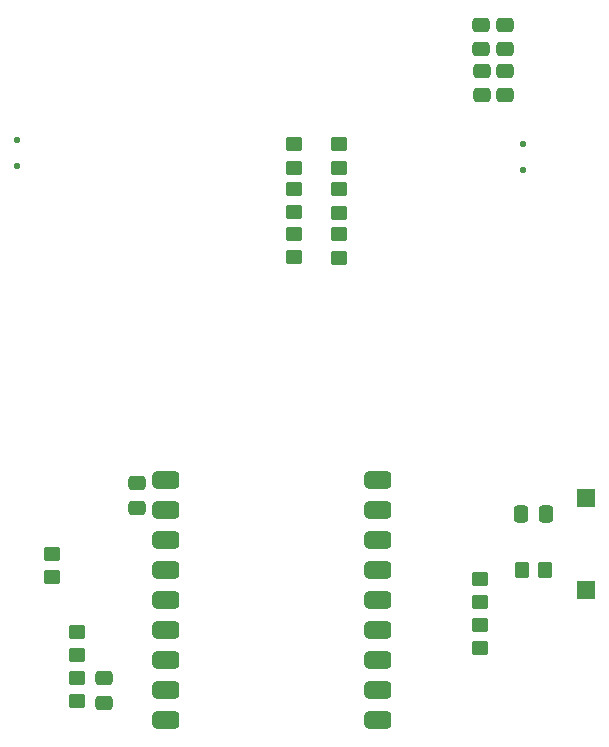
<source format=gbr>
%TF.GenerationSoftware,KiCad,Pcbnew,8.0.6*%
%TF.CreationDate,2025-03-04T23:13:55+07:00*%
%TF.ProjectId,micromouse,6d696372-6f6d-46f7-9573-652e6b696361,rev?*%
%TF.SameCoordinates,Original*%
%TF.FileFunction,Paste,Bot*%
%TF.FilePolarity,Positive*%
%FSLAX46Y46*%
G04 Gerber Fmt 4.6, Leading zero omitted, Abs format (unit mm)*
G04 Created by KiCad (PCBNEW 8.0.6) date 2025-03-04 23:13:55*
%MOMM*%
%LPD*%
G01*
G04 APERTURE LIST*
G04 Aperture macros list*
%AMRoundRect*
0 Rectangle with rounded corners*
0 $1 Rounding radius*
0 $2 $3 $4 $5 $6 $7 $8 $9 X,Y pos of 4 corners*
0 Add a 4 corners polygon primitive as box body*
4,1,4,$2,$3,$4,$5,$6,$7,$8,$9,$2,$3,0*
0 Add four circle primitives for the rounded corners*
1,1,$1+$1,$2,$3*
1,1,$1+$1,$4,$5*
1,1,$1+$1,$6,$7*
1,1,$1+$1,$8,$9*
0 Add four rect primitives between the rounded corners*
20,1,$1+$1,$2,$3,$4,$5,0*
20,1,$1+$1,$4,$5,$6,$7,0*
20,1,$1+$1,$6,$7,$8,$9,0*
20,1,$1+$1,$8,$9,$2,$3,0*%
G04 Aperture macros list end*
%ADD10RoundRect,0.250000X-0.450000X0.350000X-0.450000X-0.350000X0.450000X-0.350000X0.450000X0.350000X0*%
%ADD11RoundRect,0.250000X0.450000X-0.350000X0.450000X0.350000X-0.450000X0.350000X-0.450000X-0.350000X0*%
%ADD12RoundRect,0.250000X-0.475000X0.337500X-0.475000X-0.337500X0.475000X-0.337500X0.475000X0.337500X0*%
%ADD13RoundRect,0.125000X-0.125000X0.125000X-0.125000X-0.125000X0.125000X-0.125000X0.125000X0.125000X0*%
%ADD14RoundRect,0.381000X0.762000X0.381000X-0.762000X0.381000X-0.762000X-0.381000X0.762000X-0.381000X0*%
%ADD15RoundRect,0.381000X-0.762000X-0.381000X0.762000X-0.381000X0.762000X0.381000X-0.762000X0.381000X0*%
%ADD16RoundRect,0.250000X-0.337500X-0.475000X0.337500X-0.475000X0.337500X0.475000X-0.337500X0.475000X0*%
%ADD17RoundRect,0.250000X0.475000X-0.337500X0.475000X0.337500X-0.475000X0.337500X-0.475000X-0.337500X0*%
%ADD18R,1.500000X1.500000*%
%ADD19RoundRect,0.250000X0.350000X0.450000X-0.350000X0.450000X-0.350000X-0.450000X0.350000X-0.450000X0*%
G04 APERTURE END LIST*
D10*
%TO.C,R13*%
X163200000Y-129200000D03*
X163200000Y-131200000D03*
%TD*%
D11*
%TO.C,R6*%
X126900000Y-125200000D03*
X126900000Y-123200000D03*
%TD*%
D10*
%TO.C,R12*%
X163200000Y-125300000D03*
X163200000Y-127300000D03*
%TD*%
%TO.C,R11*%
X151250000Y-92350000D03*
X151250000Y-94350000D03*
%TD*%
D12*
%TO.C,C7*%
X134100000Y-117225000D03*
X134100000Y-119300000D03*
%TD*%
%TO.C,C16*%
X131300000Y-133762500D03*
X131300000Y-135837500D03*
%TD*%
D11*
%TO.C,R3*%
X129000000Y-135700000D03*
X129000000Y-133700000D03*
%TD*%
%TO.C,R7*%
X147450000Y-90500000D03*
X147450000Y-88500000D03*
%TD*%
%TO.C,R2*%
X129000000Y-131800000D03*
X129000000Y-129800000D03*
%TD*%
%TO.C,R10*%
X151250000Y-98150000D03*
X151250000Y-96150000D03*
%TD*%
D13*
%TO.C,D2*%
X166800000Y-88500000D03*
X166800000Y-90699998D03*
%TD*%
%TO.C,D4*%
X124000000Y-88200002D03*
X124000000Y-90400000D03*
%TD*%
D12*
%TO.C,C10*%
X163249997Y-78425000D03*
X163249997Y-80500000D03*
%TD*%
D10*
%TO.C,R8*%
X147450000Y-96100000D03*
X147450000Y-98100000D03*
%TD*%
%TO.C,R5*%
X151250000Y-88550000D03*
X151250000Y-90550000D03*
%TD*%
D14*
%TO.C,U1*%
X154550000Y-116975000D03*
X154550000Y-119515000D03*
X154550000Y-122055000D03*
X154550000Y-124595000D03*
X154550000Y-127135000D03*
X154550000Y-129675000D03*
X154550000Y-132215000D03*
X154550000Y-134755000D03*
X154550000Y-137295000D03*
D15*
X136550000Y-137295000D03*
X136550000Y-134755000D03*
X136550000Y-132215000D03*
X136550000Y-129675000D03*
X136550000Y-127135000D03*
X136550000Y-124595000D03*
X136550000Y-122055000D03*
X136550000Y-119515000D03*
X136550000Y-116975000D03*
%TD*%
D12*
%TO.C,C8*%
X165250000Y-78425000D03*
X165250000Y-80500000D03*
%TD*%
D16*
%TO.C,C17*%
X166662500Y-119800000D03*
X168737500Y-119800000D03*
%TD*%
D10*
%TO.C,R4*%
X147450000Y-92300000D03*
X147450000Y-94300000D03*
%TD*%
D17*
%TO.C,C4*%
X165300000Y-84375000D03*
X165300000Y-82300000D03*
%TD*%
%TO.C,C2*%
X163300000Y-84375000D03*
X163300000Y-82300000D03*
%TD*%
D18*
%TO.C,SW2*%
X172100000Y-126300000D03*
X172100000Y-118500002D03*
%TD*%
D19*
%TO.C,R9*%
X168700000Y-124600000D03*
X166700000Y-124600000D03*
%TD*%
M02*

</source>
